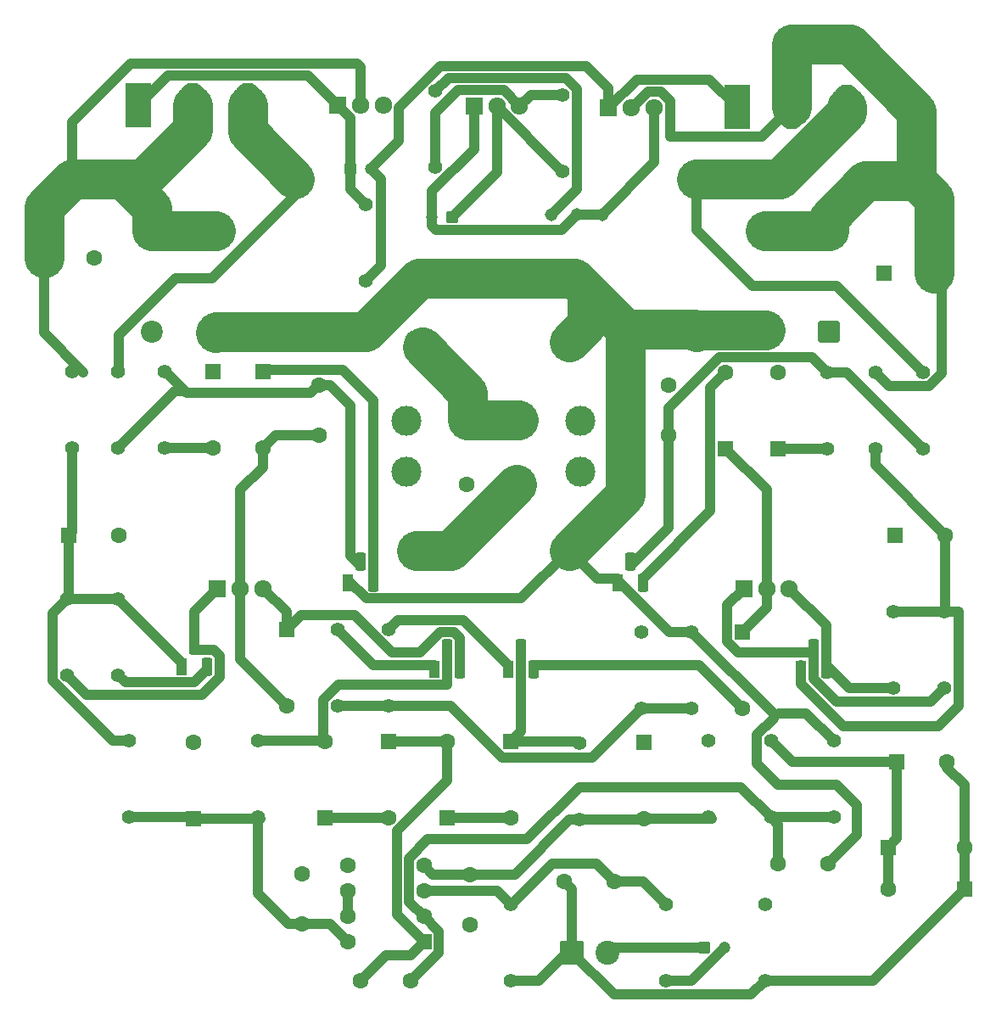
<source format=gbr>
%TF.GenerationSoftware,KiCad,Pcbnew,9.0.6*%
%TF.CreationDate,2025-11-23T20:46:20-05:00*%
%TF.ProjectId,opamp-front,6f70616d-702d-4667-926f-6e742e6b6963,rev?*%
%TF.SameCoordinates,Original*%
%TF.FileFunction,Copper,L1,Top*%
%TF.FilePolarity,Positive*%
%FSLAX46Y46*%
G04 Gerber Fmt 4.6, Leading zero omitted, Abs format (unit mm)*
G04 Created by KiCad (PCBNEW 9.0.6) date 2025-11-23 20:46:20*
%MOMM*%
%LPD*%
G01*
G04 APERTURE LIST*
G04 Aperture macros list*
%AMRoundRect*
0 Rectangle with rounded corners*
0 $1 Rounding radius*
0 $2 $3 $4 $5 $6 $7 $8 $9 X,Y pos of 4 corners*
0 Add a 4 corners polygon primitive as box body*
4,1,4,$2,$3,$4,$5,$6,$7,$8,$9,$2,$3,0*
0 Add four circle primitives for the rounded corners*
1,1,$1+$1,$2,$3*
1,1,$1+$1,$4,$5*
1,1,$1+$1,$6,$7*
1,1,$1+$1,$8,$9*
0 Add four rect primitives between the rounded corners*
20,1,$1+$1,$2,$3,$4,$5,0*
20,1,$1+$1,$4,$5,$6,$7,0*
20,1,$1+$1,$6,$7,$8,$9,0*
20,1,$1+$1,$8,$9,$2,$3,0*%
G04 Aperture macros list end*
%TA.AperFunction,ComponentPad*%
%ADD10C,2.400000*%
%TD*%
%TA.AperFunction,ComponentPad*%
%ADD11R,2.500000X4.500000*%
%TD*%
%TA.AperFunction,ComponentPad*%
%ADD12O,2.500000X4.500000*%
%TD*%
%TA.AperFunction,ComponentPad*%
%ADD13C,1.600000*%
%TD*%
%TA.AperFunction,ComponentPad*%
%ADD14RoundRect,0.250000X-0.550000X0.550000X-0.550000X-0.550000X0.550000X-0.550000X0.550000X0.550000X0*%
%TD*%
%TA.AperFunction,ComponentPad*%
%ADD15C,1.400000*%
%TD*%
%TA.AperFunction,ComponentPad*%
%ADD16C,3.000000*%
%TD*%
%TA.AperFunction,ComponentPad*%
%ADD17RoundRect,0.250000X-0.550000X-0.550000X0.550000X-0.550000X0.550000X0.550000X-0.550000X0.550000X0*%
%TD*%
%TA.AperFunction,ComponentPad*%
%ADD18RoundRect,0.249999X-0.850001X0.850001X-0.850001X-0.850001X0.850001X-0.850001X0.850001X0.850001X0*%
%TD*%
%TA.AperFunction,ComponentPad*%
%ADD19C,2.200000*%
%TD*%
%TA.AperFunction,ComponentPad*%
%ADD20R,1.100000X1.800000*%
%TD*%
%TA.AperFunction,ComponentPad*%
%ADD21RoundRect,0.275000X-0.275000X-0.625000X0.275000X-0.625000X0.275000X0.625000X-0.275000X0.625000X0*%
%TD*%
%TA.AperFunction,ComponentPad*%
%ADD22RoundRect,0.250000X0.550000X-0.550000X0.550000X0.550000X-0.550000X0.550000X-0.550000X-0.550000X0*%
%TD*%
%TA.AperFunction,ComponentPad*%
%ADD23R,1.710000X1.800000*%
%TD*%
%TA.AperFunction,ComponentPad*%
%ADD24O,1.710000X1.800000*%
%TD*%
%TA.AperFunction,ComponentPad*%
%ADD25RoundRect,0.250000X-0.350000X-0.350000X0.350000X-0.350000X0.350000X0.350000X-0.350000X0.350000X0*%
%TD*%
%TA.AperFunction,ComponentPad*%
%ADD26C,1.200000*%
%TD*%
%TA.AperFunction,ComponentPad*%
%ADD27RoundRect,0.249999X0.850001X-0.850001X0.850001X0.850001X-0.850001X0.850001X-0.850001X-0.850001X0*%
%TD*%
%TA.AperFunction,ComponentPad*%
%ADD28RoundRect,0.250000X0.550000X0.550000X-0.550000X0.550000X-0.550000X-0.550000X0.550000X-0.550000X0*%
%TD*%
%TA.AperFunction,ComponentPad*%
%ADD29RoundRect,0.250000X0.350000X0.350000X-0.350000X0.350000X-0.350000X-0.350000X0.350000X-0.350000X0*%
%TD*%
%TA.AperFunction,ComponentPad*%
%ADD30C,1.308000*%
%TD*%
%TA.AperFunction,ComponentPad*%
%ADD31RoundRect,0.250001X-0.949999X-0.949999X0.949999X-0.949999X0.949999X0.949999X-0.949999X0.949999X0*%
%TD*%
%TA.AperFunction,Conductor*%
%ADD32C,1.000000*%
%TD*%
%TA.AperFunction,Conductor*%
%ADD33C,4.000000*%
%TD*%
G04 APERTURE END LIST*
D10*
%TO.P,R21,1*%
%TO.N,Net-(C10-Pad2)*%
X92964000Y-86360000D03*
%TO.P,R21,2*%
%TO.N,Net-(D14-K)*%
X108204000Y-86360000D03*
%TD*%
D11*
%TO.P,Q9,1,B*%
%TO.N,Net-(Q10-E)*%
X65189000Y-41893000D03*
D12*
%TO.P,Q9,2,C*%
%TO.N,/B+*%
X70639000Y-41893000D03*
%TO.P,Q9,3,E*%
%TO.N,Net-(Q9-E)*%
X76089000Y-41893000D03*
%TD*%
D13*
%TO.P,C2,1*%
%TO.N,GND*%
X98298000Y-123698000D03*
%TO.P,C2,2*%
%TO.N,-15V*%
X98298000Y-118698000D03*
%TD*%
D14*
%TO.P,D3,1,K*%
%TO.N,Net-(D3-K)*%
X80010000Y-94234000D03*
D13*
%TO.P,D3,2,A*%
%TO.N,Net-(D11-A)*%
X80010000Y-101854000D03*
%TD*%
D15*
%TO.P,R25,1*%
%TO.N,Net-(Q10-E)*%
X87884000Y-51816000D03*
%TO.P,R25,2*%
%TO.N,Net-(Q12-E)*%
X87884000Y-59436000D03*
%TD*%
D16*
%TO.P,J6,1,1*%
%TO.N,/B-*%
X137795000Y-49503000D03*
%TO.P,J6,2,2*%
X142875000Y-49503000D03*
%TD*%
D15*
%TO.P,R27,1*%
%TO.N,Net-(D11-A)*%
X107569000Y-48514000D03*
%TO.P,R27,2*%
%TO.N,Net-(Q11-B)*%
X107569000Y-40894000D03*
%TD*%
D13*
%TO.P,C10,1*%
%TO.N,GND*%
X97957000Y-79756000D03*
%TO.P,C10,2*%
%TO.N,Net-(C10-Pad2)*%
X102957000Y-79756000D03*
%TD*%
D17*
%TO.P,D1,1,K*%
%TO.N,Net-(D1-K)*%
X140007325Y-115969325D03*
D13*
%TO.P,D1,2,A*%
%TO.N,GNDA*%
X147627325Y-115969325D03*
%TD*%
%TO.P,C1,1*%
%TO.N,Net-(U1A--)*%
X92416000Y-129286000D03*
%TO.P,C1,2*%
%TO.N,Net-(D7-K)*%
X87416000Y-129286000D03*
%TD*%
D18*
%TO.P,D17,1,K*%
%TO.N,/B+*%
X72925000Y-54456000D03*
D19*
%TO.P,D17,2,A*%
%TO.N,Net-(D14-K)*%
X72925000Y-64616000D03*
%TD*%
D15*
%TO.P,R14,1*%
%TO.N,Net-(Q7-E)*%
X145669000Y-100076000D03*
%TO.P,R14,2*%
%TO.N,Net-(Q8-E)*%
X145669000Y-92456000D03*
%TD*%
D20*
%TO.P,Q5,1,E*%
%TO.N,Net-(Q5-E)*%
X94742000Y-98190000D03*
D21*
%TO.P,Q5,2,B*%
%TO.N,Net-(D6-A)*%
X96012000Y-96120000D03*
%TO.P,Q5,3,C*%
%TO.N,Net-(D3-K)*%
X97282000Y-98190000D03*
%TD*%
D18*
%TO.P,D12,1,K*%
%TO.N,/B+*%
X66548000Y-54356000D03*
D19*
%TO.P,D12,2,A*%
%TO.N,GND*%
X66548000Y-64516000D03*
%TD*%
D17*
%TO.P,C7,1*%
%TO.N,Net-(D1-K)*%
X140906674Y-107460325D03*
D13*
%TO.P,C7,2*%
%TO.N,GNDA*%
X145906674Y-107460325D03*
%TD*%
D15*
%TO.P,R26,1*%
%TO.N,Net-(Q11-B)*%
X94869000Y-48133000D03*
%TO.P,R26,2*%
%TO.N,Net-(R26-Pad2)*%
X94869000Y-40513000D03*
%TD*%
%TO.P,R12,1*%
%TO.N,Net-(U1A--)*%
X134615000Y-112990000D03*
%TO.P,R12,2*%
%TO.N,Net-(D14-K)*%
X134615000Y-105370000D03*
%TD*%
D16*
%TO.P,J2,1,1*%
%TO.N,GND*%
X91948000Y-78486000D03*
%TO.P,J2,2,2*%
X91948000Y-73406000D03*
%TD*%
D22*
%TO.P,D16,1,K*%
%TO.N,Net-(D16-K)*%
X123790000Y-76200000D03*
D13*
%TO.P,D16,2,A*%
%TO.N,Net-(D16-A)*%
X123790000Y-68580000D03*
%TD*%
D14*
%TO.P,D9,1,K*%
%TO.N,Net-(D16-K)*%
X125476000Y-94488000D03*
D13*
%TO.P,D9,2,A*%
%TO.N,Net-(D9-A)*%
X125476000Y-102108000D03*
%TD*%
D23*
%TO.P,Q1,1,E*%
%TO.N,Net-(Q1-E)*%
X73108000Y-90170000D03*
D24*
%TO.P,Q1,2,C*%
%TO.N,Net-(D11-A)*%
X75388000Y-90170000D03*
%TO.P,Q1,3,B*%
%TO.N,Net-(D3-K)*%
X77668000Y-90170000D03*
%TD*%
D15*
%TO.P,R11,1*%
%TO.N,Net-(R10-Pad1)*%
X120396000Y-102108000D03*
%TO.P,R11,2*%
%TO.N,Net-(D14-K)*%
X120396000Y-94488000D03*
%TD*%
D25*
%TO.P,C4,1*%
%TO.N,Net-(J1-Pin_2)*%
X121687700Y-125984000D03*
D26*
%TO.P,C4,2*%
%TO.N,Net-(C4-Pad2)*%
X123687700Y-125984000D03*
%TD*%
D27*
%TO.P,D14,1,K*%
%TO.N,Net-(D14-K)*%
X127751000Y-64616000D03*
D19*
%TO.P,D14,2,A*%
%TO.N,/B-*%
X127751000Y-54456000D03*
%TD*%
D15*
%TO.P,R9,1*%
%TO.N,-15V*%
X122104727Y-112990000D03*
%TO.P,R9,2*%
%TO.N,Net-(Q8-E)*%
X122104727Y-105370000D03*
%TD*%
%TO.P,R22,1*%
%TO.N,Net-(Q8-E)*%
X138730000Y-76200000D03*
%TO.P,R22,2*%
%TO.N,/B-*%
X138730000Y-68580000D03*
%TD*%
D28*
%TO.P,D2,1,K*%
%TO.N,GNDA*%
X147627325Y-120142000D03*
D13*
%TO.P,D2,2,A*%
%TO.N,Net-(D1-K)*%
X140007325Y-120142000D03*
%TD*%
D10*
%TO.P,R18,1*%
%TO.N,Net-(D14-K)*%
X80772000Y-64516000D03*
%TO.P,R18,2*%
%TO.N,Net-(Q9-E)*%
X80772000Y-49276000D03*
%TD*%
D13*
%TO.P,C11,1*%
%TO.N,Net-(D16-K)*%
X118110000Y-69890000D03*
%TO.P,C11,2*%
%TO.N,Net-(Q6-B)*%
X118110000Y-74890000D03*
%TD*%
%TO.P,C6,1*%
%TO.N,Net-(U1A--)*%
X129072000Y-117602000D03*
%TO.P,C6,2*%
%TO.N,Net-(D14-K)*%
X134072000Y-117602000D03*
%TD*%
D17*
%TO.P,C8,1*%
%TO.N,Net-(Q2-E)*%
X58247349Y-84836000D03*
D13*
%TO.P,C8,2*%
%TO.N,GND*%
X63247349Y-84836000D03*
%TD*%
D15*
%TO.P,R13,1*%
%TO.N,Net-(U1A--)*%
X128359864Y-112990000D03*
%TO.P,R13,2*%
%TO.N,Net-(D1-K)*%
X128359864Y-105370000D03*
%TD*%
%TO.P,R29,1*%
%TO.N,Net-(C4-Pad2)*%
X117834299Y-129286000D03*
%TO.P,R29,2*%
%TO.N,Net-(U1A-+)*%
X117834299Y-121666000D03*
%TD*%
D22*
%TO.P,D8,1,K*%
%TO.N,Net-(D4-A)*%
X96012000Y-113030000D03*
D13*
%TO.P,D8,2,A*%
%TO.N,Net-(D7-K)*%
X96012000Y-105410000D03*
%TD*%
D15*
%TO.P,R7,1*%
%TO.N,Net-(R10-Pad1)*%
X90170000Y-101854000D03*
%TO.P,R7,2*%
%TO.N,Net-(Q4-E)*%
X90170000Y-94234000D03*
%TD*%
%TO.P,R23,1*%
%TO.N,Net-(D15-K)*%
X133950000Y-76200000D03*
%TO.P,R23,2*%
%TO.N,Net-(Q6-B)*%
X133950000Y-68580000D03*
%TD*%
D23*
%TO.P,Q7,1,E*%
%TO.N,Net-(Q7-E)*%
X125615000Y-90170000D03*
D24*
%TO.P,Q7,2,C*%
%TO.N,Net-(D16-K)*%
X127895000Y-90170000D03*
%TO.P,Q7,3,B*%
%TO.N,Net-(D9-A)*%
X130175000Y-90170000D03*
%TD*%
D16*
%TO.P,J3,1,1*%
%TO.N,/SPK*%
X98044000Y-73379000D03*
%TO.P,J3,2,2*%
X103124000Y-73379000D03*
%TD*%
D15*
%TO.P,R3,1*%
%TO.N,Net-(Q2-E)*%
X63190000Y-91186000D03*
%TO.P,R3,2*%
%TO.N,Net-(D3-K)*%
X63190000Y-98806000D03*
%TD*%
%TO.P,R8,1*%
%TO.N,Net-(D4-K)*%
X109194455Y-105624000D03*
%TO.P,R8,2*%
%TO.N,-15V*%
X109194455Y-113244000D03*
%TD*%
D13*
%TO.P,C9,1*%
%TO.N,Net-(Q3-B)*%
X83222105Y-69840105D03*
%TO.P,C9,2*%
%TO.N,Net-(D11-A)*%
X83222105Y-74840105D03*
%TD*%
%TO.P,C3,1*%
%TO.N,GND*%
X81534000Y-118658000D03*
%TO.P,C3,2*%
%TO.N,+15V*%
X81534000Y-123658000D03*
%TD*%
D14*
%TO.P,D11,1,K*%
%TO.N,Net-(D11-K)*%
X77634105Y-68530105D03*
D13*
%TO.P,D11,2,A*%
%TO.N,Net-(D11-A)*%
X77634105Y-76150105D03*
%TD*%
D16*
%TO.P,J4,1,1*%
%TO.N,GND*%
X109320000Y-78486000D03*
%TO.P,J4,2,2*%
X109320000Y-73406000D03*
%TD*%
D15*
%TO.P,R10,1*%
%TO.N,Net-(R10-Pad1)*%
X115443000Y-102108000D03*
%TO.P,R10,2*%
%TO.N,GND*%
X115443000Y-94488000D03*
%TD*%
D17*
%TO.P,C16,1*%
%TO.N,GND*%
X139583349Y-58674000D03*
D13*
%TO.P,C16,2*%
%TO.N,/B-*%
X144583349Y-58674000D03*
%TD*%
D15*
%TO.P,R1,1*%
%TO.N,Net-(U1A-+)*%
X102340299Y-121666000D03*
%TO.P,R1,2*%
%TO.N,GNDA*%
X102340299Y-129286000D03*
%TD*%
D22*
%TO.P,D5,1,K*%
%TO.N,+15V*%
X70717136Y-113090000D03*
D13*
%TO.P,D5,2,A*%
%TO.N,GND*%
X70717136Y-105470000D03*
%TD*%
D15*
%TO.P,R4,1*%
%TO.N,Net-(Q5-E)*%
X85090000Y-94234000D03*
%TO.P,R4,2*%
%TO.N,Net-(R10-Pad1)*%
X85090000Y-101854000D03*
%TD*%
D14*
%TO.P,D13,1,K*%
%TO.N,GND*%
X72666905Y-68530105D03*
D13*
%TO.P,D13,2,A*%
%TO.N,Net-(D13-A)*%
X72666905Y-76150105D03*
%TD*%
D23*
%TO.P,Q12,1,E*%
%TO.N,Net-(Q12-E)*%
X112142000Y-42164000D03*
D24*
%TO.P,Q12,2,C*%
%TO.N,/B-*%
X114422000Y-42164000D03*
%TO.P,Q12,3,B*%
%TO.N,Net-(D16-K)*%
X116702000Y-42164000D03*
%TD*%
D22*
%TO.P,D15,1,K*%
%TO.N,Net-(D15-K)*%
X129032000Y-76200000D03*
D13*
%TO.P,D15,2,A*%
%TO.N,GND*%
X129032000Y-68580000D03*
%TD*%
D15*
%TO.P,R6,1*%
%TO.N,Net-(Q2-E)*%
X64262000Y-105370000D03*
%TO.P,R6,2*%
%TO.N,+15V*%
X64262000Y-112990000D03*
%TD*%
D10*
%TO.P,R20,1*%
%TO.N,/SPK*%
X92964000Y-65532000D03*
%TO.P,R20,2*%
%TO.N,Net-(D14-K)*%
X108204000Y-65532000D03*
%TD*%
D20*
%TO.P,Q2,1,E*%
%TO.N,Net-(Q2-E)*%
X69540000Y-97936000D03*
D21*
%TO.P,Q2,2,B*%
%TO.N,Net-(Q1-E)*%
X70810000Y-95866000D03*
%TO.P,Q2,3,C*%
%TO.N,Net-(D3-K)*%
X72080000Y-97936000D03*
%TD*%
D10*
%TO.P,R28,1*%
%TO.N,Net-(Q13-E)*%
X120893000Y-49276000D03*
%TO.P,R28,2*%
%TO.N,Net-(D14-K)*%
X120893000Y-64516000D03*
%TD*%
D15*
%TO.P,R2,1*%
%TO.N,Net-(Q2-E)*%
X58110000Y-91186000D03*
%TO.P,R2,2*%
%TO.N,Net-(Q1-E)*%
X58110000Y-98806000D03*
%TD*%
D29*
%TO.P,C15,1*%
%TO.N,Net-(D11-A)*%
X96488000Y-53086000D03*
D26*
%TO.P,C15,2*%
%TO.N,Net-(D16-K)*%
X94488000Y-53086000D03*
%TD*%
D15*
%TO.P,R16,1*%
%TO.N,Net-(Q9-E)*%
X63156105Y-68530105D03*
%TO.P,R16,2*%
%TO.N,Net-(Q3-B)*%
X63156105Y-76150105D03*
%TD*%
%TO.P,R19,1*%
%TO.N,Net-(Q3-B)*%
X67839305Y-68530105D03*
%TO.P,R19,2*%
%TO.N,Net-(D13-A)*%
X67839305Y-76150105D03*
%TD*%
D14*
%TO.P,D10,1,K*%
%TO.N,GND*%
X115649591Y-105470000D03*
D13*
%TO.P,D10,2,A*%
%TO.N,-15V*%
X115649591Y-113090000D03*
%TD*%
D27*
%TO.P,D18,1,K*%
%TO.N,GND*%
X134112000Y-64516000D03*
D19*
%TO.P,D18,2,A*%
%TO.N,/B-*%
X134112000Y-54356000D03*
%TD*%
D20*
%TO.P,Q3,1,E*%
%TO.N,Net-(D14-K)*%
X86106000Y-89554000D03*
D21*
%TO.P,Q3,2,B*%
%TO.N,Net-(Q3-B)*%
X87376000Y-87484000D03*
%TO.P,Q3,3,C*%
%TO.N,Net-(D11-K)*%
X88646000Y-89554000D03*
%TD*%
D30*
%TO.P,RV1,1,1*%
%TO.N,Net-(R26-Pad2)*%
X106426000Y-52832000D03*
%TO.P,RV1,2,2*%
%TO.N,Net-(D16-K)*%
X108966000Y-52832000D03*
%TO.P,RV1,3,3*%
X111506000Y-52832000D03*
%TD*%
D31*
%TO.P,J1,1,Pin_1*%
%TO.N,GNDA*%
X108492299Y-126492000D03*
D10*
%TO.P,J1,2,Pin_2*%
%TO.N,Net-(J1-Pin_2)*%
X111992299Y-126492000D03*
%TD*%
D15*
%TO.P,R24,1*%
%TO.N,Net-(Q13-E)*%
X143510000Y-68580000D03*
%TO.P,R24,2*%
%TO.N,Net-(Q6-B)*%
X143510000Y-76200000D03*
%TD*%
D20*
%TO.P,Q6,1,E*%
%TO.N,Net-(D14-K)*%
X113030000Y-89554000D03*
D21*
%TO.P,Q6,2,B*%
%TO.N,Net-(Q6-B)*%
X114300000Y-87484000D03*
%TO.P,Q6,3,C*%
%TO.N,Net-(D16-A)*%
X115570000Y-89554000D03*
%TD*%
D23*
%TO.P,Q10,1,E*%
%TO.N,Net-(Q10-E)*%
X85102000Y-41910000D03*
D24*
%TO.P,Q10,2,C*%
%TO.N,/B+*%
X87382000Y-41910000D03*
%TO.P,Q10,3,B*%
%TO.N,Net-(D11-A)*%
X89662000Y-41910000D03*
%TD*%
D23*
%TO.P,Q11,1,E*%
%TO.N,Net-(D16-K)*%
X98691000Y-42037000D03*
D24*
%TO.P,Q11,2,C*%
%TO.N,Net-(D11-A)*%
X100971000Y-42037000D03*
%TO.P,Q11,3,B*%
%TO.N,Net-(Q11-B)*%
X103251000Y-42037000D03*
%TD*%
D15*
%TO.P,R15,1*%
%TO.N,Net-(D9-A)*%
X140589000Y-100076000D03*
%TO.P,R15,2*%
%TO.N,Net-(Q8-E)*%
X140589000Y-92456000D03*
%TD*%
D20*
%TO.P,Q8,1,E*%
%TO.N,Net-(Q8-E)*%
X131318000Y-98190000D03*
D21*
%TO.P,Q8,2,B*%
%TO.N,Net-(Q7-E)*%
X132588000Y-96120000D03*
%TO.P,Q8,3,C*%
%TO.N,Net-(D9-A)*%
X133858000Y-98190000D03*
%TD*%
D15*
%TO.P,R5,1*%
%TO.N,+15V*%
X77172273Y-112990000D03*
%TO.P,R5,2*%
%TO.N,Net-(D6-A)*%
X77172273Y-105370000D03*
%TD*%
D20*
%TO.P,Q4,1,E*%
%TO.N,Net-(Q4-E)*%
X102108000Y-98190000D03*
D21*
%TO.P,Q4,2,B*%
%TO.N,Net-(D4-K)*%
X103378000Y-96120000D03*
%TO.P,Q4,3,C*%
%TO.N,Net-(D9-A)*%
X104648000Y-98190000D03*
%TD*%
D13*
%TO.P,C5,1*%
%TO.N,Net-(U1A-+)*%
X112714299Y-119380000D03*
%TO.P,C5,2*%
%TO.N,GNDA*%
X107714299Y-119380000D03*
%TD*%
D16*
%TO.P,J5,1,1*%
%TO.N,/B+*%
X58574000Y-49503000D03*
%TO.P,J5,2,2*%
X63654000Y-49503000D03*
%TD*%
D25*
%TO.P,C14,1*%
%TO.N,Net-(Q10-E)*%
X86403401Y-48260000D03*
D26*
%TO.P,C14,2*%
%TO.N,Net-(Q12-E)*%
X88403401Y-48260000D03*
%TD*%
D14*
%TO.P,D4,1,K*%
%TO.N,Net-(D4-K)*%
X102360586Y-105410000D03*
D13*
%TO.P,D4,2,A*%
%TO.N,Net-(D4-A)*%
X102360586Y-113030000D03*
%TD*%
D15*
%TO.P,R30,1*%
%TO.N,GNDA*%
X127740299Y-129286000D03*
%TO.P,R30,2*%
%TO.N,GND*%
X127740299Y-121666000D03*
%TD*%
D28*
%TO.P,U1,1*%
%TO.N,Net-(D7-K)*%
X93699299Y-125436000D03*
D13*
%TO.P,U1,2,-*%
%TO.N,Net-(U1A--)*%
X93699299Y-122896000D03*
%TO.P,U1,3,+*%
%TO.N,Net-(U1A-+)*%
X93699299Y-120356000D03*
%TO.P,U1,4,V-*%
%TO.N,-15V*%
X93699299Y-117816000D03*
%TO.P,U1,5,+*%
%TO.N,GND*%
X86079299Y-117816000D03*
%TO.P,U1,6,-*%
%TO.N,Net-(U1B--)*%
X86079299Y-120356000D03*
%TO.P,U1,7*%
X86079299Y-122896000D03*
%TO.P,U1,8,V+*%
%TO.N,+15V*%
X86079299Y-125436000D03*
%TD*%
D17*
%TO.P,C12,1*%
%TO.N,GND*%
X140726349Y-84836000D03*
D13*
%TO.P,C12,2*%
%TO.N,Net-(Q8-E)*%
X145726349Y-84836000D03*
%TD*%
D15*
%TO.P,R17,1*%
%TO.N,Net-(Q2-E)*%
X58584105Y-76150105D03*
%TO.P,R17,2*%
%TO.N,/B+*%
X58584105Y-68530105D03*
%TD*%
D17*
%TO.P,C13,1*%
%TO.N,/B+*%
X55763349Y-57150000D03*
D13*
%TO.P,C13,2*%
%TO.N,GND*%
X60763349Y-57150000D03*
%TD*%
D11*
%TO.P,Q13,1,B*%
%TO.N,Net-(Q12-E)*%
X124968000Y-42120000D03*
D12*
%TO.P,Q13,2,C*%
%TO.N,/B-*%
X130418000Y-42120000D03*
%TO.P,Q13,3,E*%
%TO.N,Net-(Q13-E)*%
X135868000Y-42120000D03*
%TD*%
D22*
%TO.P,D6,1,K*%
%TO.N,Net-(D6-K)*%
X83820000Y-113030000D03*
D13*
%TO.P,D6,2,A*%
%TO.N,Net-(D6-A)*%
X83820000Y-105410000D03*
%TD*%
D14*
%TO.P,D7,1,K*%
%TO.N,Net-(D7-K)*%
X90170000Y-105410000D03*
D13*
%TO.P,D7,2,A*%
%TO.N,Net-(D6-K)*%
X90170000Y-113030000D03*
%TD*%
D32*
%TO.N,Net-(D7-K)*%
X92394299Y-126741000D02*
X93699299Y-125436000D01*
X96012000Y-109310735D02*
X90998299Y-114324436D01*
X96012000Y-105410000D02*
X96012000Y-109310735D01*
X87416000Y-129286000D02*
X89961000Y-126741000D01*
X90998299Y-122735000D02*
X93699299Y-125436000D01*
X90998299Y-114324436D02*
X90998299Y-122735000D01*
X89961000Y-126741000D02*
X92394299Y-126741000D01*
X90170000Y-105410000D02*
X96012000Y-105410000D01*
%TO.N,GNDA*%
X145906674Y-108025674D02*
X147627325Y-109746325D01*
X108492299Y-120158000D02*
X107714299Y-119380000D01*
X145906674Y-107460325D02*
X145906674Y-108025674D01*
X147627325Y-115969325D02*
X147627325Y-120142000D01*
X112687299Y-130687000D02*
X126339299Y-130687000D01*
X108492299Y-126492000D02*
X112687299Y-130687000D01*
X127740299Y-129286000D02*
X138483325Y-129286000D01*
X108492299Y-126492000D02*
X108492299Y-120158000D01*
X138483325Y-129286000D02*
X147627325Y-120142000D01*
X147627325Y-109746325D02*
X147627325Y-115969325D01*
X102340299Y-129286000D02*
X105150299Y-129286000D01*
X126339299Y-130687000D02*
X127740299Y-129286000D01*
X105150299Y-129286000D02*
X107944299Y-126492000D01*
%TO.N,Net-(C4-Pad2)*%
X117834299Y-129286000D02*
X120437544Y-129286000D01*
X120437544Y-129286000D02*
X123687700Y-126035844D01*
%TO.N,Net-(D3-K)*%
X90474686Y-96520000D02*
X93324108Y-96520000D01*
X81411000Y-92833000D02*
X86787686Y-92833000D01*
X80010000Y-94234000D02*
X81411000Y-92833000D01*
X86787686Y-92833000D02*
X90474686Y-96520000D01*
X96698892Y-94519000D02*
X97282000Y-95102108D01*
X63921000Y-99537000D02*
X63190000Y-98806000D01*
X72080000Y-98248000D02*
X70791000Y-99537000D01*
X95325108Y-94519000D02*
X96698892Y-94519000D01*
X70791000Y-99537000D02*
X63921000Y-99537000D01*
X80010000Y-94234000D02*
X80010000Y-92512000D01*
X93324108Y-96520000D02*
X95325108Y-94519000D01*
X80010000Y-92512000D02*
X77668000Y-90170000D01*
X97282000Y-95102108D02*
X97282000Y-97790000D01*
%TO.N,Net-(D4-A)*%
X96012000Y-113030000D02*
X102360586Y-113030000D01*
%TO.N,Net-(J1-Pin_2)*%
X112500299Y-125984000D02*
X111992299Y-126492000D01*
X121687700Y-125984000D02*
X112500299Y-125984000D01*
%TO.N,Net-(D1-K)*%
X140906674Y-107460325D02*
X130450189Y-107460325D01*
X140906674Y-107460325D02*
X140906674Y-115069976D01*
X140906674Y-115069976D02*
X140007325Y-115969325D01*
X140007325Y-115969325D02*
X140007325Y-120142000D01*
X130450189Y-107460325D02*
X128359864Y-105370000D01*
%TO.N,Net-(Q2-E)*%
X58584105Y-76150105D02*
X58584105Y-84499244D01*
X56642001Y-92653999D02*
X58110000Y-91186000D01*
X62692686Y-105370000D02*
X56642001Y-99319315D01*
X58584105Y-84499244D02*
X58247349Y-84836000D01*
X58110000Y-91186000D02*
X63190000Y-91186000D01*
X63190000Y-91186000D02*
X69540000Y-97536000D01*
X58247349Y-84836000D02*
X58247349Y-91048651D01*
X64262000Y-105370000D02*
X62692686Y-105370000D01*
X56642001Y-99319315D02*
X56642001Y-92653999D01*
D33*
%TO.N,Net-(D14-K)*%
X93218000Y-59182000D02*
X108712000Y-59182000D01*
D32*
X126958864Y-107654864D02*
X126958864Y-104789686D01*
D33*
X80772000Y-64516000D02*
X73025000Y-64516000D01*
D32*
X118216108Y-94488000D02*
X113030000Y-89301892D01*
D33*
X113792000Y-64262000D02*
X109982000Y-60452000D01*
X113810000Y-64280000D02*
X113810000Y-80754000D01*
D32*
X128570382Y-102662382D02*
X120396000Y-94488000D01*
D33*
X120893000Y-64516000D02*
X121032000Y-64377000D01*
X80772000Y-64516000D02*
X87884000Y-64516000D01*
D32*
X129132550Y-102616000D02*
X131861000Y-102616000D01*
X134072000Y-117602000D02*
X136906000Y-114768000D01*
D33*
X109982000Y-60452000D02*
X113810000Y-64280000D01*
D32*
X128570382Y-103178168D02*
X128570382Y-102662382D01*
X136906000Y-114768000D02*
X136906000Y-111760000D01*
D33*
X113810000Y-80754000D02*
X108204000Y-86360000D01*
D32*
X86106000Y-89301892D02*
X87959108Y-91155000D01*
D33*
X121032000Y-64377000D02*
X127751000Y-64377000D01*
D32*
X87959108Y-91155000D02*
X103409000Y-91155000D01*
X103409000Y-91155000D02*
X108204000Y-86360000D01*
D33*
X109982000Y-63754000D02*
X109982000Y-60452000D01*
X108204000Y-65532000D02*
X109982000Y-63754000D01*
X108712000Y-59182000D02*
X109982000Y-60452000D01*
D32*
X129032000Y-109728000D02*
X126958864Y-107654864D01*
D33*
X87884000Y-64516000D02*
X93218000Y-59182000D01*
D32*
X134874000Y-109728000D02*
X129032000Y-109728000D01*
X126958864Y-104789686D02*
X128570382Y-103178168D01*
X136906000Y-111760000D02*
X134874000Y-109728000D01*
X131861000Y-102616000D02*
X134615000Y-105370000D01*
X110998000Y-89154000D02*
X108204000Y-86360000D01*
D33*
X120639000Y-64262000D02*
X113792000Y-64262000D01*
D32*
X120396000Y-94488000D02*
X118216108Y-94488000D01*
D33*
X73025000Y-64516000D02*
X72925000Y-64616000D01*
D32*
X113030000Y-89154000D02*
X110998000Y-89154000D01*
%TO.N,Net-(Q3-B)*%
X68851105Y-70455105D02*
X69867105Y-70455105D01*
X69867105Y-70455105D02*
X67982105Y-68570105D01*
X83222105Y-69840105D02*
X82422106Y-70640104D01*
X87376000Y-87884000D02*
X86360000Y-86868000D01*
X86360000Y-71882000D02*
X84318105Y-69840105D01*
X63156105Y-76150105D02*
X68851105Y-70455105D01*
X84318105Y-69840105D02*
X83222105Y-69840105D01*
X70052104Y-70640104D02*
X69867105Y-70455105D01*
X82422106Y-70640104D02*
X70052104Y-70640104D01*
X86360000Y-86868000D02*
X86360000Y-71882000D01*
%TO.N,Net-(Q1-E)*%
X72697892Y-96266000D02*
X70810000Y-96266000D01*
X60042000Y-100738000D02*
X71565892Y-100738000D01*
X70810000Y-96266000D02*
X70810000Y-92468000D01*
X70810000Y-92468000D02*
X73108000Y-90170000D01*
X73331000Y-98972892D02*
X73331000Y-96899108D01*
X58110000Y-98806000D02*
X60042000Y-100738000D01*
X73331000Y-96899108D02*
X72697892Y-96266000D01*
X71565892Y-100738000D02*
X73331000Y-98972892D01*
%TO.N,Net-(D13-A)*%
X67839305Y-76150105D02*
X72666905Y-76150105D01*
%TO.N,Net-(D11-A)*%
X96488000Y-53086000D02*
X100971000Y-48603000D01*
X77634105Y-78067895D02*
X75388000Y-80314000D01*
X75388000Y-90170000D02*
X75388000Y-97232000D01*
X77634105Y-76150105D02*
X77634105Y-76912105D01*
X100971000Y-48603000D02*
X100971000Y-42037000D01*
X77634105Y-76912105D02*
X77634105Y-78067895D01*
X83222105Y-74840105D02*
X78944105Y-74840105D01*
X78944105Y-74840105D02*
X77634105Y-76150105D01*
X75388000Y-97232000D02*
X80010000Y-101854000D01*
X75388000Y-80314000D02*
X75388000Y-90170000D01*
X107448000Y-48514000D02*
X100971000Y-42037000D01*
D33*
%TO.N,/B-*%
X136200000Y-35870000D02*
X142875000Y-42545000D01*
X142875000Y-42545000D02*
X142875000Y-49503000D01*
X127751000Y-54456000D02*
X134112000Y-54456000D01*
D32*
X144090314Y-69981000D02*
X145383348Y-68687966D01*
D33*
X134112000Y-54456000D02*
X134112000Y-53186000D01*
D32*
X138730000Y-68580000D02*
X140131000Y-69981000D01*
X145383348Y-68687966D02*
X145383348Y-59473999D01*
X140131000Y-69981000D02*
X144090314Y-69981000D01*
D33*
X130418000Y-42120000D02*
X130418000Y-35870000D01*
D32*
X117346516Y-40563000D02*
X118258000Y-41474484D01*
X118258000Y-41474484D02*
X118258000Y-45071000D01*
X115146000Y-41474484D02*
X116057484Y-40563000D01*
D33*
X144583349Y-51211349D02*
X144583349Y-58674000D01*
X137795000Y-49503000D02*
X142875000Y-49503000D01*
D32*
X114422000Y-42164000D02*
X115111516Y-41474484D01*
X118258000Y-45071000D02*
X127467000Y-45071000D01*
X116057484Y-40563000D02*
X117346516Y-40563000D01*
X127467000Y-45071000D02*
X130418000Y-42120000D01*
X115111516Y-41474484D02*
X115146000Y-41474484D01*
X145383348Y-59473999D02*
X144583349Y-58674000D01*
D33*
X142875000Y-49503000D02*
X144583349Y-51211349D01*
X130418000Y-35870000D02*
X136200000Y-35870000D01*
X134112000Y-53186000D02*
X137795000Y-49503000D01*
%TO.N,Net-(C10-Pad2)*%
X92964000Y-86360000D02*
X96353000Y-86360000D01*
X96353000Y-86360000D02*
X102957000Y-79756000D01*
%TO.N,/B+*%
X70639000Y-41893000D02*
X70639000Y-44345000D01*
X58574000Y-49276000D02*
X63654000Y-49276000D01*
X66548000Y-52170000D02*
X63654000Y-49276000D01*
D32*
X64439000Y-37741000D02*
X58574000Y-43606000D01*
X58574000Y-43606000D02*
X58574000Y-49276000D01*
D33*
X55763349Y-57150000D02*
X55763349Y-52086651D01*
X55763349Y-52086651D02*
X58574000Y-49276000D01*
X66548000Y-54456000D02*
X72925000Y-54456000D01*
D32*
X87382000Y-38094000D02*
X87029000Y-37741000D01*
X55763349Y-64653349D02*
X59690000Y-68580000D01*
D33*
X65708000Y-49276000D02*
X63654000Y-49276000D01*
X70639000Y-44345000D02*
X65708000Y-49276000D01*
X66548000Y-54456000D02*
X66548000Y-52170000D01*
D32*
X87382000Y-41910000D02*
X87382000Y-38094000D01*
X87029000Y-37741000D02*
X64439000Y-37741000D01*
X55763349Y-57150000D02*
X55763349Y-64653349D01*
%TO.N,Net-(Q6-B)*%
X118110000Y-84074000D02*
X118110000Y-74890000D01*
X132449000Y-67079000D02*
X133950000Y-68580000D01*
X114300000Y-87884000D02*
X118110000Y-84074000D01*
X135890000Y-68580000D02*
X143510000Y-76200000D01*
X118110000Y-74890000D02*
X118110000Y-72137265D01*
X123168265Y-67079000D02*
X132449000Y-67079000D01*
X133950000Y-68580000D02*
X135890000Y-68580000D01*
X118110000Y-72137265D02*
X123168265Y-67079000D01*
%TO.N,Net-(Q8-E)*%
X145669000Y-92456000D02*
X140589000Y-92456000D01*
X138730000Y-77839651D02*
X145726349Y-84836000D01*
X138730000Y-76200000D02*
X138730000Y-77839651D01*
X135569052Y-103886000D02*
X131318000Y-99634948D01*
X145726349Y-84836000D02*
X145726349Y-92398651D01*
X140589000Y-92456000D02*
X147070000Y-92456000D01*
X147070000Y-101850000D02*
X145034000Y-103886000D01*
X131318000Y-99634948D02*
X131318000Y-97790000D01*
X145034000Y-103886000D02*
X135569052Y-103886000D01*
X147070000Y-92456000D02*
X147070000Y-101850000D01*
%TO.N,Net-(Q10-E)*%
X86403401Y-48260000D02*
X86403401Y-50335401D01*
X68140000Y-38942000D02*
X82134000Y-38942000D01*
X86403401Y-48260000D02*
X86403401Y-43211401D01*
X86403401Y-50335401D02*
X87884000Y-51816000D01*
X86403401Y-43211401D02*
X85102000Y-41910000D01*
X65189000Y-41893000D02*
X68140000Y-38942000D01*
X82134000Y-38942000D02*
X85102000Y-41910000D01*
%TO.N,Net-(D4-K)*%
X102360586Y-105410000D02*
X108980455Y-105410000D01*
X108980455Y-105410000D02*
X109194455Y-105624000D01*
X102360586Y-105410000D02*
X103378000Y-104392586D01*
X103378000Y-104392586D02*
X103378000Y-96520000D01*
%TO.N,Net-(Q12-E)*%
X91218000Y-42182686D02*
X95364686Y-38036000D01*
X87884000Y-59436000D02*
X89408000Y-57912000D01*
X112142000Y-42164000D02*
X114943000Y-39363000D01*
X91218000Y-45445401D02*
X91218000Y-42182686D01*
X122211000Y-39363000D02*
X124968000Y-42120000D01*
X112142000Y-40264000D02*
X112142000Y-42164000D01*
X109914000Y-38036000D02*
X112142000Y-40264000D01*
X88403401Y-48260000D02*
X91218000Y-45445401D01*
X89408000Y-57912000D02*
X89408000Y-49264599D01*
X95364686Y-38036000D02*
X109914000Y-38036000D01*
X89408000Y-49264599D02*
X88403401Y-48260000D01*
X114943000Y-39363000D02*
X122211000Y-39363000D01*
%TO.N,Net-(Q13-E)*%
X126492000Y-59944000D02*
X120893000Y-54345000D01*
X134874000Y-59944000D02*
X126492000Y-59944000D01*
D33*
X120893000Y-49276000D02*
X129203111Y-49276000D01*
D32*
X120893000Y-54345000D02*
X120893000Y-49276000D01*
X143510000Y-68580000D02*
X134874000Y-59944000D01*
D33*
X135868000Y-42611111D02*
X135868000Y-42120000D01*
X129203111Y-49276000D02*
X135868000Y-42611111D01*
D32*
%TO.N,Net-(D6-K)*%
X83820000Y-113030000D02*
X90170000Y-113030000D01*
%TO.N,Net-(D6-A)*%
X95993000Y-99791000D02*
X96012000Y-99772000D01*
X83689000Y-101273686D02*
X85171686Y-99791000D01*
X83820000Y-105410000D02*
X83689000Y-105279000D01*
X85171686Y-99791000D02*
X95993000Y-99791000D01*
X83689000Y-105279000D02*
X83689000Y-101273686D01*
X83780000Y-105370000D02*
X83820000Y-105410000D01*
X96012000Y-99772000D02*
X96012000Y-96520000D01*
X77172273Y-105370000D02*
X83780000Y-105370000D01*
%TO.N,Net-(D9-A)*%
X133858000Y-97790000D02*
X133858000Y-93853000D01*
X121158000Y-97790000D02*
X104648000Y-97790000D01*
X140589000Y-100076000D02*
X136144000Y-100076000D01*
X133858000Y-93853000D02*
X130175000Y-90170000D01*
X125476000Y-102108000D02*
X121158000Y-97790000D01*
X136144000Y-100076000D02*
X133858000Y-97790000D01*
%TO.N,Net-(D11-K)*%
X88646000Y-71393315D02*
X88646000Y-89154000D01*
X85591790Y-68339105D02*
X88646000Y-71393315D01*
X77825105Y-68339105D02*
X85591790Y-68339105D01*
%TO.N,Net-(D16-K)*%
X107411000Y-54387000D02*
X94940472Y-54387000D01*
X94488000Y-50495314D02*
X98691000Y-46292314D01*
X116702000Y-47636000D02*
X111506000Y-52832000D01*
X127895000Y-80305000D02*
X127895000Y-90170000D01*
X94488000Y-53934528D02*
X94488000Y-53086000D01*
X94940472Y-54387000D02*
X94488000Y-53934528D01*
X94488000Y-53086000D02*
X94488000Y-50495314D01*
X108966000Y-52832000D02*
X107411000Y-54387000D01*
X116702000Y-42164000D02*
X116702000Y-47636000D01*
X123790000Y-76200000D02*
X127895000Y-80305000D01*
X111506000Y-52832000D02*
X108966000Y-52832000D01*
X125476000Y-94488000D02*
X127895000Y-92069000D01*
X127895000Y-92069000D02*
X127895000Y-90170000D01*
X98691000Y-46292314D02*
X98691000Y-42037000D01*
%TO.N,Net-(D15-K)*%
X129032000Y-76200000D02*
X133950000Y-76200000D01*
%TO.N,Net-(D16-A)*%
X122289000Y-70081000D02*
X123790000Y-68580000D01*
X122289000Y-82435000D02*
X122289000Y-70081000D01*
X115570000Y-89154000D02*
X122289000Y-82435000D01*
%TO.N,Net-(Q11-B)*%
X97135000Y-40436000D02*
X101650000Y-40436000D01*
X94869000Y-42702000D02*
X97135000Y-40436000D01*
X104394000Y-40894000D02*
X103251000Y-42037000D01*
X101650000Y-40436000D02*
X103251000Y-42037000D01*
X94869000Y-48133000D02*
X94869000Y-42702000D01*
X107569000Y-40894000D02*
X104394000Y-40894000D01*
%TO.N,Net-(Q4-E)*%
X97637000Y-93319000D02*
X91085000Y-93319000D01*
X91085000Y-93319000D02*
X90170000Y-94234000D01*
X102108000Y-97790000D02*
X97637000Y-93319000D01*
%TO.N,Net-(Q5-E)*%
X88646000Y-97790000D02*
X94742000Y-97790000D01*
X85090000Y-94234000D02*
X88646000Y-97790000D01*
%TO.N,Net-(Q7-E)*%
X145669000Y-100076000D02*
X144268000Y-101477000D01*
X132569000Y-99188892D02*
X132569000Y-96589000D01*
X132588000Y-96520000D02*
X131826000Y-96520000D01*
X132500000Y-96520000D02*
X131826000Y-96520000D01*
X123975000Y-91810000D02*
X125615000Y-90170000D01*
X144268000Y-101477000D02*
X134857108Y-101477000D01*
X134857108Y-101477000D02*
X132569000Y-99188892D01*
X131826000Y-96520000D02*
X125056156Y-96520000D01*
X123975000Y-95438844D02*
X123975000Y-91810000D01*
X125056156Y-96520000D02*
X123975000Y-95438844D01*
X132569000Y-96589000D02*
X132500000Y-96520000D01*
D33*
%TO.N,/SPK*%
X98044000Y-73379000D02*
X103124000Y-73379000D01*
X98044000Y-70612000D02*
X93521556Y-66089556D01*
X98044000Y-73379000D02*
X98044000Y-70612000D01*
D32*
%TO.N,Net-(U1A--)*%
X92198299Y-117097701D02*
X92198299Y-121395000D01*
X95200299Y-124397000D02*
X93699299Y-122896000D01*
X125351864Y-109982000D02*
X109220000Y-109982000D01*
X129072000Y-117602000D02*
X129072000Y-113702136D01*
X92416000Y-129286000D02*
X95200299Y-126501701D01*
X94095000Y-115201000D02*
X92198299Y-117097701D01*
X128359864Y-112990000D02*
X134615000Y-112990000D01*
X128359864Y-112990000D02*
X125351864Y-109982000D01*
X95200299Y-126501701D02*
X95200299Y-124397000D01*
X104001000Y-115201000D02*
X94095000Y-115201000D01*
X109220000Y-109982000D02*
X104001000Y-115201000D01*
X92198299Y-121395000D02*
X93699299Y-122896000D01*
X129072000Y-113702136D02*
X128359864Y-112990000D01*
D33*
%TO.N,Net-(Q9-E)*%
X76089000Y-44593000D02*
X80772000Y-49276000D01*
D32*
X80772000Y-50973056D02*
X80772000Y-49276000D01*
X63246000Y-68440210D02*
X63246000Y-64866156D01*
X72563056Y-59182000D02*
X80772000Y-50973056D01*
X68930156Y-59182000D02*
X72563056Y-59182000D01*
X63246000Y-64866156D02*
X68930156Y-59182000D01*
D33*
X76089000Y-41893000D02*
X76089000Y-44593000D01*
D32*
%TO.N,+15V*%
X77172273Y-120606273D02*
X80224000Y-123658000D01*
X64262000Y-112990000D02*
X70572333Y-112990000D01*
X77172273Y-112990000D02*
X77172273Y-120606273D01*
X84301299Y-123658000D02*
X86079299Y-125436000D01*
X70672333Y-113090000D02*
X77370000Y-113090000D01*
X80224000Y-123658000D02*
X84301299Y-123658000D01*
%TO.N,-15V*%
X94581299Y-118698000D02*
X93699299Y-117816000D01*
X102790000Y-118698000D02*
X108244000Y-113244000D01*
X109474000Y-113244000D02*
X115990667Y-113244000D01*
X98298000Y-118698000D02*
X102790000Y-118698000D01*
X108244000Y-113244000D02*
X109194455Y-113244000D01*
X98298000Y-118698000D02*
X94581299Y-118698000D01*
X116144667Y-113090000D02*
X122455000Y-113090000D01*
%TO.N,Net-(R10-Pad1)*%
X101523742Y-107025000D02*
X110526000Y-107025000D01*
X110526000Y-107025000D02*
X115443000Y-102108000D01*
X90170000Y-101854000D02*
X96352742Y-101854000D01*
X96352742Y-101854000D02*
X101523742Y-107025000D01*
X85090000Y-101854000D02*
X90170000Y-101854000D01*
X115443000Y-102108000D02*
X120396000Y-102108000D01*
%TO.N,Net-(R26-Pad2)*%
X96146000Y-39236000D02*
X107892314Y-39236000D01*
X94869000Y-40513000D02*
X96146000Y-39236000D01*
X108970000Y-50288000D02*
X106426000Y-52832000D01*
X108970000Y-40313686D02*
X108970000Y-50288000D01*
X107892314Y-39236000D02*
X108970000Y-40313686D01*
%TO.N,Net-(U1B--)*%
X86079299Y-120356000D02*
X86079299Y-122896000D01*
%TO.N,Net-(U1A-+)*%
X112714299Y-119380000D02*
X115548299Y-119380000D01*
X101030299Y-120356000D02*
X102340299Y-121666000D01*
X112714299Y-119380000D02*
X110936299Y-117602000D01*
X115548299Y-119380000D02*
X117834299Y-121666000D01*
X106533511Y-117602000D02*
X102469511Y-121666000D01*
X93699299Y-120356000D02*
X101030299Y-120356000D01*
X110936299Y-117602000D02*
X106533511Y-117602000D01*
%TD*%
M02*

</source>
